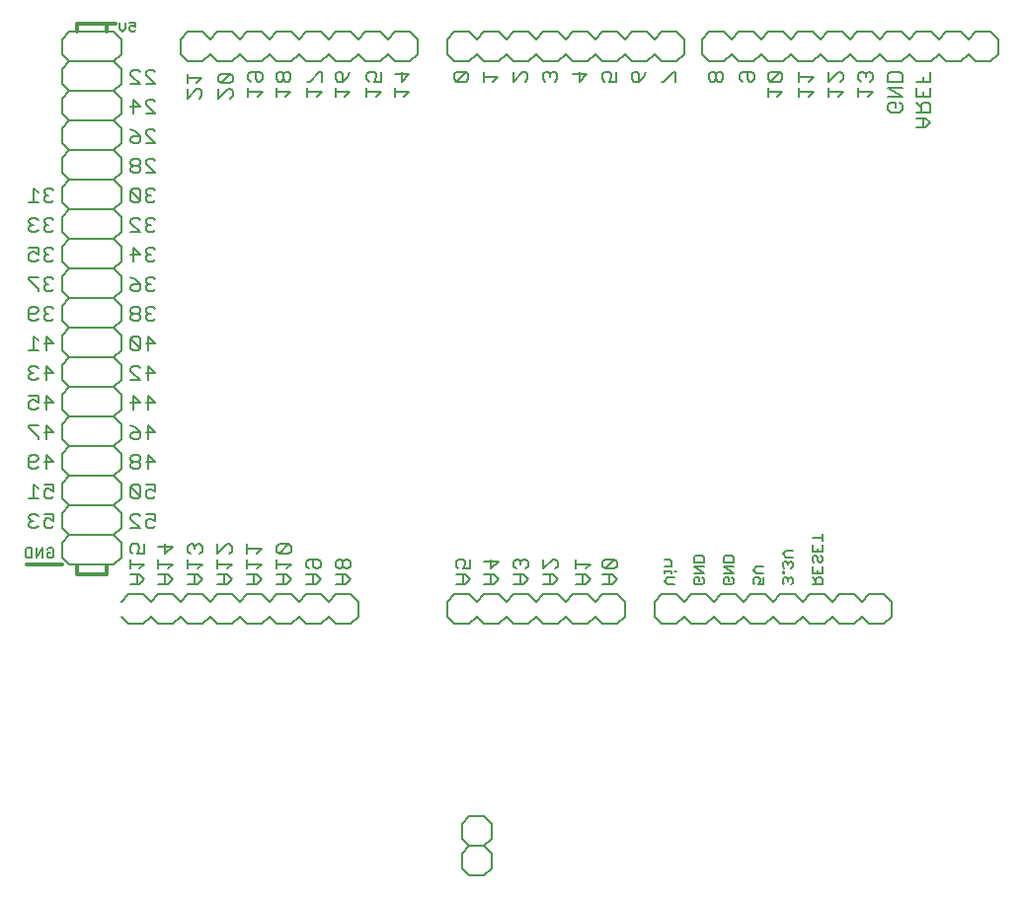
<source format=gbo>
G75*
%MOIN*%
%OFA0B0*%
%FSLAX25Y25*%
%IPPOS*%
%LPD*%
%AMOC8*
5,1,8,0,0,1.08239X$1,22.5*
%
%ADD10C,0.00600*%
%ADD11C,0.00800*%
%ADD12C,0.01200*%
%ADD13C,0.00500*%
D10*
X0371865Y0372267D02*
X0371865Y0374536D01*
X0372432Y0375103D01*
X0374134Y0375103D01*
X0374134Y0371700D01*
X0372432Y0371700D01*
X0371865Y0372267D01*
X0375548Y0371700D02*
X0375548Y0375103D01*
X0377817Y0375103D02*
X0375548Y0371700D01*
X0377817Y0371700D02*
X0377817Y0375103D01*
X0379231Y0374536D02*
X0379799Y0375103D01*
X0380933Y0375103D01*
X0381500Y0374536D01*
X0381500Y0372267D01*
X0380933Y0371700D01*
X0379799Y0371700D01*
X0379231Y0372267D01*
X0379231Y0373401D01*
X0380366Y0373401D01*
X0386800Y0379300D02*
X0384300Y0381800D01*
X0384300Y0386800D01*
X0386800Y0389300D01*
X0401800Y0389300D01*
X0404300Y0391800D01*
X0404300Y0396800D01*
X0401800Y0399300D01*
X0386800Y0399300D01*
X0384300Y0401800D01*
X0384300Y0406800D01*
X0386800Y0409300D01*
X0401800Y0409300D01*
X0404300Y0411800D01*
X0404300Y0416800D01*
X0401800Y0419300D01*
X0386800Y0419300D01*
X0384300Y0421800D01*
X0384300Y0426800D01*
X0386800Y0429300D01*
X0401800Y0429300D01*
X0404300Y0431800D01*
X0404300Y0436800D01*
X0401800Y0439300D01*
X0386800Y0439300D01*
X0384300Y0441800D01*
X0384300Y0446800D01*
X0386800Y0449300D01*
X0401800Y0449300D01*
X0404300Y0451800D01*
X0404300Y0456800D01*
X0401800Y0459300D01*
X0386800Y0459300D01*
X0384300Y0456800D01*
X0384300Y0451800D01*
X0386800Y0449300D01*
X0386800Y0439300D02*
X0384300Y0436800D01*
X0384300Y0431800D01*
X0386800Y0429300D01*
X0386800Y0419300D02*
X0384300Y0416800D01*
X0384300Y0411800D01*
X0386800Y0409300D01*
X0386800Y0399300D02*
X0384300Y0396800D01*
X0384300Y0391800D01*
X0386800Y0389300D01*
X0401800Y0389300D02*
X0404300Y0386800D01*
X0404300Y0381800D01*
X0401800Y0379300D01*
X0401800Y0399300D02*
X0404300Y0401800D01*
X0404300Y0406800D01*
X0401800Y0409300D01*
X0401800Y0419300D02*
X0404300Y0421800D01*
X0404300Y0426800D01*
X0401800Y0429300D01*
X0401800Y0439300D02*
X0404300Y0441800D01*
X0404300Y0446800D01*
X0401800Y0449300D01*
X0401800Y0459300D02*
X0404300Y0461800D01*
X0404300Y0466800D01*
X0401800Y0469300D01*
X0386800Y0469300D01*
X0384300Y0471800D01*
X0384300Y0476800D01*
X0386800Y0479300D01*
X0401800Y0479300D01*
X0404300Y0481800D01*
X0404300Y0486800D01*
X0401800Y0489300D01*
X0386800Y0489300D01*
X0384300Y0491800D01*
X0384300Y0496800D01*
X0386800Y0499300D01*
X0401800Y0499300D01*
X0404300Y0501800D01*
X0404300Y0506800D01*
X0401800Y0509300D01*
X0386800Y0509300D01*
X0384300Y0511800D01*
X0384300Y0516800D01*
X0386800Y0519300D01*
X0401800Y0519300D01*
X0404300Y0521800D01*
X0404300Y0526800D01*
X0401800Y0529300D01*
X0386800Y0529300D01*
X0384300Y0526800D01*
X0384300Y0521800D01*
X0386800Y0519300D01*
X0386800Y0529300D02*
X0384300Y0531800D01*
X0384300Y0536800D01*
X0386800Y0539300D01*
X0401800Y0539300D02*
X0404300Y0536800D01*
X0404300Y0531800D01*
X0401800Y0529300D01*
X0401800Y0519300D02*
X0404300Y0516800D01*
X0404300Y0511800D01*
X0401800Y0509300D01*
X0401800Y0499300D02*
X0404300Y0496800D01*
X0404300Y0491800D01*
X0401800Y0489300D01*
X0401800Y0479300D02*
X0404300Y0476800D01*
X0404300Y0471800D01*
X0401800Y0469300D01*
X0386800Y0469300D02*
X0384300Y0466800D01*
X0384300Y0461800D01*
X0386800Y0459300D01*
X0386800Y0479300D02*
X0384300Y0481800D01*
X0384300Y0486800D01*
X0386800Y0489300D01*
X0386800Y0499300D02*
X0384300Y0501800D01*
X0384300Y0506800D01*
X0386800Y0509300D01*
X0587600Y0371107D02*
X0589301Y0371107D01*
X0589869Y0370540D01*
X0589869Y0368839D01*
X0587600Y0368839D01*
X0587600Y0367517D02*
X0587600Y0366383D01*
X0587600Y0366950D02*
X0589869Y0366950D01*
X0589869Y0366383D01*
X0591003Y0366950D02*
X0591570Y0366950D01*
X0591003Y0364969D02*
X0588734Y0364969D01*
X0587600Y0363834D01*
X0588734Y0362700D01*
X0591003Y0362700D01*
X0597600Y0363267D02*
X0597600Y0364401D01*
X0598167Y0364969D01*
X0599301Y0364969D01*
X0599301Y0363834D01*
X0598167Y0362700D02*
X0600436Y0362700D01*
X0601003Y0363267D01*
X0601003Y0364401D01*
X0600436Y0364969D01*
X0601003Y0366383D02*
X0597600Y0368652D01*
X0601003Y0368652D01*
X0601003Y0370066D02*
X0601003Y0371768D01*
X0600436Y0372335D01*
X0598167Y0372335D01*
X0597600Y0371768D01*
X0597600Y0370066D01*
X0601003Y0370066D01*
X0601003Y0366383D02*
X0597600Y0366383D01*
X0597600Y0363267D02*
X0598167Y0362700D01*
X0607600Y0363267D02*
X0607600Y0364401D01*
X0608167Y0364969D01*
X0609301Y0364969D01*
X0609301Y0363834D01*
X0608167Y0362700D02*
X0607600Y0363267D01*
X0608167Y0362700D02*
X0610436Y0362700D01*
X0611003Y0363267D01*
X0611003Y0364401D01*
X0610436Y0364969D01*
X0611003Y0366383D02*
X0607600Y0368652D01*
X0611003Y0368652D01*
X0611003Y0370066D02*
X0611003Y0371768D01*
X0610436Y0372335D01*
X0608167Y0372335D01*
X0607600Y0371768D01*
X0607600Y0370066D01*
X0611003Y0370066D01*
X0611003Y0366383D02*
X0607600Y0366383D01*
X0617600Y0367517D02*
X0618734Y0368652D01*
X0621003Y0368652D01*
X0621003Y0366383D02*
X0618734Y0366383D01*
X0617600Y0367517D01*
X0618167Y0364969D02*
X0617600Y0364401D01*
X0617600Y0363267D01*
X0618167Y0362700D01*
X0619301Y0362700D02*
X0619869Y0363834D01*
X0619869Y0364401D01*
X0619301Y0364969D01*
X0618167Y0364969D01*
X0619301Y0362700D02*
X0621003Y0362700D01*
X0621003Y0364969D01*
X0627600Y0364401D02*
X0627600Y0363267D01*
X0628167Y0362700D01*
X0629301Y0363834D02*
X0629301Y0364401D01*
X0628734Y0364969D01*
X0628167Y0364969D01*
X0627600Y0364401D01*
X0629301Y0364401D02*
X0629869Y0364969D01*
X0630436Y0364969D01*
X0631003Y0364401D01*
X0631003Y0363267D01*
X0630436Y0362700D01*
X0628167Y0366383D02*
X0628167Y0366950D01*
X0627600Y0366950D01*
X0627600Y0366383D01*
X0628167Y0366383D01*
X0628167Y0368225D02*
X0627600Y0368792D01*
X0627600Y0369926D01*
X0628167Y0370493D01*
X0628734Y0370493D01*
X0629301Y0369926D01*
X0629301Y0369359D01*
X0629301Y0369926D02*
X0629869Y0370493D01*
X0630436Y0370493D01*
X0631003Y0369926D01*
X0631003Y0368792D01*
X0630436Y0368225D01*
X0631003Y0371908D02*
X0628734Y0371908D01*
X0627600Y0373042D01*
X0628734Y0374176D01*
X0631003Y0374176D01*
X0637600Y0373749D02*
X0637600Y0376018D01*
X0639301Y0374884D02*
X0639301Y0373749D01*
X0638734Y0372335D02*
X0638167Y0372335D01*
X0637600Y0371768D01*
X0637600Y0370633D01*
X0638167Y0370066D01*
X0639301Y0370633D02*
X0639301Y0371768D01*
X0638734Y0372335D01*
X0640436Y0372335D02*
X0641003Y0371768D01*
X0641003Y0370633D01*
X0640436Y0370066D01*
X0639869Y0370066D01*
X0639301Y0370633D01*
X0637600Y0368652D02*
X0637600Y0366383D01*
X0641003Y0366383D01*
X0641003Y0368652D01*
X0639301Y0367517D02*
X0639301Y0366383D01*
X0639301Y0364969D02*
X0638734Y0364401D01*
X0638734Y0362700D01*
X0637600Y0362700D02*
X0641003Y0362700D01*
X0641003Y0364401D01*
X0640436Y0364969D01*
X0639301Y0364969D01*
X0638734Y0363834D02*
X0637600Y0364969D01*
X0637600Y0373749D02*
X0641003Y0373749D01*
X0641003Y0376018D01*
X0641003Y0377433D02*
X0641003Y0379701D01*
X0641003Y0378567D02*
X0637600Y0378567D01*
X0529300Y0281800D02*
X0529300Y0276800D01*
X0526800Y0274300D01*
X0529300Y0271800D01*
X0529300Y0266800D01*
X0526800Y0264300D01*
X0521800Y0264300D01*
X0519300Y0266800D01*
X0519300Y0271800D01*
X0521800Y0274300D01*
X0526800Y0274300D01*
X0521800Y0274300D02*
X0519300Y0276800D01*
X0519300Y0281800D01*
X0521800Y0284300D01*
X0526800Y0284300D01*
X0529300Y0281800D01*
D11*
X0526800Y0349300D02*
X0531800Y0349300D01*
X0534300Y0351800D01*
X0536800Y0349300D01*
X0541800Y0349300D01*
X0544300Y0351800D01*
X0546800Y0349300D01*
X0551800Y0349300D01*
X0554300Y0351800D01*
X0556800Y0349300D01*
X0561800Y0349300D01*
X0564300Y0351800D01*
X0566800Y0349300D01*
X0571800Y0349300D01*
X0574300Y0351800D01*
X0574300Y0356800D01*
X0571800Y0359300D01*
X0566800Y0359300D01*
X0564300Y0356800D01*
X0561800Y0359300D01*
X0556800Y0359300D01*
X0554300Y0356800D01*
X0551800Y0359300D01*
X0546800Y0359300D01*
X0544300Y0356800D01*
X0541800Y0359300D01*
X0536800Y0359300D01*
X0534300Y0356800D01*
X0531800Y0359300D01*
X0526800Y0359300D01*
X0524300Y0356800D01*
X0521800Y0359300D01*
X0516800Y0359300D01*
X0514300Y0356800D01*
X0514300Y0351800D01*
X0516800Y0349300D01*
X0521800Y0349300D01*
X0524300Y0351800D01*
X0526800Y0349300D01*
X0526700Y0362800D02*
X0529903Y0362800D01*
X0531504Y0364401D01*
X0529903Y0366003D01*
X0526700Y0366003D01*
X0529102Y0366003D02*
X0529102Y0362800D01*
X0529102Y0367956D02*
X0529102Y0371159D01*
X0526700Y0370358D02*
X0531504Y0370358D01*
X0529102Y0367956D01*
X0522004Y0367956D02*
X0519602Y0367956D01*
X0520403Y0369558D01*
X0520403Y0370358D01*
X0519602Y0371159D01*
X0518001Y0371159D01*
X0517200Y0370358D01*
X0517200Y0368757D01*
X0518001Y0367956D01*
X0517200Y0366003D02*
X0520403Y0366003D01*
X0522004Y0364401D01*
X0520403Y0362800D01*
X0517200Y0362800D01*
X0519602Y0362800D02*
X0519602Y0366003D01*
X0522004Y0367956D02*
X0522004Y0371159D01*
X0536700Y0370358D02*
X0536700Y0368757D01*
X0537501Y0367956D01*
X0536700Y0366003D02*
X0539903Y0366003D01*
X0541504Y0364401D01*
X0539903Y0362800D01*
X0536700Y0362800D01*
X0539102Y0362800D02*
X0539102Y0366003D01*
X0540703Y0367956D02*
X0541504Y0368757D01*
X0541504Y0370358D01*
X0540703Y0371159D01*
X0539903Y0371159D01*
X0539102Y0370358D01*
X0538301Y0371159D01*
X0537501Y0371159D01*
X0536700Y0370358D01*
X0539102Y0370358D02*
X0539102Y0369558D01*
X0546700Y0371159D02*
X0546700Y0367956D01*
X0549903Y0371159D01*
X0550703Y0371159D01*
X0551504Y0370358D01*
X0551504Y0368757D01*
X0550703Y0367956D01*
X0549903Y0366003D02*
X0546700Y0366003D01*
X0549102Y0366003D02*
X0549102Y0362800D01*
X0549903Y0362800D02*
X0551504Y0364401D01*
X0549903Y0366003D01*
X0549903Y0362800D02*
X0546700Y0362800D01*
X0557700Y0362800D02*
X0560903Y0362800D01*
X0562504Y0364401D01*
X0560903Y0366003D01*
X0557700Y0366003D01*
X0557700Y0367956D02*
X0557700Y0371159D01*
X0557700Y0369558D02*
X0562504Y0369558D01*
X0560903Y0367956D01*
X0560102Y0366003D02*
X0560102Y0362800D01*
X0566700Y0362800D02*
X0569903Y0362800D01*
X0571504Y0364401D01*
X0569903Y0366003D01*
X0566700Y0366003D01*
X0567501Y0367956D02*
X0570703Y0371159D01*
X0567501Y0371159D01*
X0566700Y0370358D01*
X0566700Y0368757D01*
X0567501Y0367956D01*
X0570703Y0367956D01*
X0571504Y0368757D01*
X0571504Y0370358D01*
X0570703Y0371159D01*
X0569102Y0366003D02*
X0569102Y0362800D01*
X0584300Y0356800D02*
X0584300Y0351800D01*
X0586800Y0349300D01*
X0591800Y0349300D01*
X0594300Y0351800D01*
X0596800Y0349300D01*
X0601800Y0349300D01*
X0604300Y0351800D01*
X0606800Y0349300D01*
X0611800Y0349300D01*
X0614300Y0351800D01*
X0616800Y0349300D01*
X0621800Y0349300D01*
X0624300Y0351800D01*
X0626800Y0349300D01*
X0631800Y0349300D01*
X0634300Y0351800D01*
X0636800Y0349300D01*
X0641800Y0349300D01*
X0644300Y0351800D01*
X0646800Y0349300D01*
X0651800Y0349300D01*
X0654300Y0351800D01*
X0656800Y0349300D01*
X0661800Y0349300D01*
X0664300Y0351800D01*
X0664300Y0356800D01*
X0661800Y0359300D01*
X0656800Y0359300D01*
X0654300Y0356800D01*
X0651800Y0359300D01*
X0646800Y0359300D01*
X0644300Y0356800D01*
X0641800Y0359300D01*
X0636800Y0359300D01*
X0634300Y0356800D01*
X0631800Y0359300D01*
X0626800Y0359300D01*
X0624300Y0356800D01*
X0621800Y0359300D01*
X0616800Y0359300D01*
X0614300Y0356800D01*
X0611800Y0359300D01*
X0606800Y0359300D01*
X0604300Y0356800D01*
X0601800Y0359300D01*
X0596800Y0359300D01*
X0594300Y0356800D01*
X0591800Y0359300D01*
X0586800Y0359300D01*
X0584300Y0356800D01*
X0484300Y0356800D02*
X0484300Y0351800D01*
X0481800Y0349300D01*
X0476800Y0349300D01*
X0474300Y0351800D01*
X0471800Y0349300D01*
X0466800Y0349300D01*
X0464300Y0351800D01*
X0461800Y0349300D01*
X0456800Y0349300D01*
X0454300Y0351800D01*
X0451800Y0349300D01*
X0446800Y0349300D01*
X0444300Y0351800D01*
X0441800Y0349300D01*
X0436800Y0349300D01*
X0434300Y0351800D01*
X0431800Y0349300D01*
X0426800Y0349300D01*
X0424300Y0351800D01*
X0421800Y0349300D01*
X0416800Y0349300D01*
X0414300Y0351800D01*
X0411800Y0349300D01*
X0406800Y0349300D01*
X0404300Y0351800D01*
X0404300Y0356800D02*
X0406800Y0359300D01*
X0411800Y0359300D01*
X0414300Y0356800D01*
X0416800Y0359300D01*
X0421800Y0359300D01*
X0424300Y0356800D01*
X0426800Y0359300D01*
X0431800Y0359300D01*
X0434300Y0356800D01*
X0436800Y0359300D01*
X0441800Y0359300D01*
X0444300Y0356800D01*
X0446800Y0359300D01*
X0451800Y0359300D01*
X0454300Y0356800D01*
X0456800Y0359300D01*
X0461800Y0359300D01*
X0464300Y0356800D01*
X0466800Y0359300D01*
X0471800Y0359300D01*
X0474300Y0356800D01*
X0476800Y0359300D01*
X0481800Y0359300D01*
X0484300Y0356800D01*
X0479903Y0362800D02*
X0476700Y0362800D01*
X0479102Y0362800D02*
X0479102Y0366003D01*
X0479903Y0366003D02*
X0476700Y0366003D01*
X0477501Y0367956D02*
X0478301Y0367956D01*
X0479102Y0368757D01*
X0479102Y0370358D01*
X0478301Y0371159D01*
X0477501Y0371159D01*
X0476700Y0370358D01*
X0476700Y0368757D01*
X0477501Y0367956D01*
X0479102Y0368757D02*
X0479903Y0367956D01*
X0480703Y0367956D01*
X0481504Y0368757D01*
X0481504Y0370358D01*
X0480703Y0371159D01*
X0479903Y0371159D01*
X0479102Y0370358D01*
X0479903Y0366003D02*
X0481504Y0364401D01*
X0479903Y0362800D01*
X0471504Y0364401D02*
X0469903Y0366003D01*
X0466700Y0366003D01*
X0467501Y0367956D02*
X0466700Y0368757D01*
X0466700Y0370358D01*
X0467501Y0371159D01*
X0470703Y0371159D01*
X0471504Y0370358D01*
X0471504Y0368757D01*
X0470703Y0367956D01*
X0469903Y0367956D01*
X0469102Y0368757D01*
X0469102Y0371159D01*
X0469102Y0366003D02*
X0469102Y0362800D01*
X0469903Y0362800D02*
X0471504Y0364401D01*
X0469903Y0362800D02*
X0466700Y0362800D01*
X0461504Y0364401D02*
X0459903Y0366003D01*
X0456700Y0366003D01*
X0456700Y0367956D02*
X0456700Y0371159D01*
X0456700Y0369558D02*
X0461504Y0369558D01*
X0459903Y0367956D01*
X0459102Y0366003D02*
X0459102Y0362800D01*
X0459903Y0362800D02*
X0461504Y0364401D01*
X0459903Y0362800D02*
X0456700Y0362800D01*
X0451504Y0364401D02*
X0449903Y0366003D01*
X0446700Y0366003D01*
X0446700Y0367956D02*
X0446700Y0371159D01*
X0446700Y0369558D02*
X0451504Y0369558D01*
X0449903Y0367956D01*
X0449102Y0366003D02*
X0449102Y0362800D01*
X0449903Y0362800D02*
X0451504Y0364401D01*
X0449903Y0362800D02*
X0446700Y0362800D01*
X0441504Y0364401D02*
X0439903Y0366003D01*
X0436700Y0366003D01*
X0436700Y0367956D02*
X0436700Y0371159D01*
X0436700Y0369558D02*
X0441504Y0369558D01*
X0439903Y0367956D01*
X0439102Y0366003D02*
X0439102Y0362800D01*
X0439903Y0362800D02*
X0441504Y0364401D01*
X0439903Y0362800D02*
X0436700Y0362800D01*
X0431504Y0364401D02*
X0429903Y0366003D01*
X0426700Y0366003D01*
X0426700Y0367956D02*
X0426700Y0371159D01*
X0426700Y0369558D02*
X0431504Y0369558D01*
X0429903Y0367956D01*
X0429102Y0366003D02*
X0429102Y0362800D01*
X0429903Y0362800D02*
X0431504Y0364401D01*
X0429903Y0362800D02*
X0426700Y0362800D01*
X0421504Y0364401D02*
X0419903Y0366003D01*
X0416700Y0366003D01*
X0416700Y0367956D02*
X0416700Y0371159D01*
X0416700Y0369558D02*
X0421504Y0369558D01*
X0419903Y0367956D01*
X0419102Y0366003D02*
X0419102Y0362800D01*
X0419903Y0362800D02*
X0421504Y0364401D01*
X0419903Y0362800D02*
X0416700Y0362800D01*
X0412004Y0364401D02*
X0410403Y0366003D01*
X0407200Y0366003D01*
X0407200Y0367956D02*
X0407200Y0371159D01*
X0407200Y0369558D02*
X0412004Y0369558D01*
X0410403Y0367956D01*
X0409602Y0366003D02*
X0409602Y0362800D01*
X0410403Y0362800D02*
X0407200Y0362800D01*
X0410403Y0362800D02*
X0412004Y0364401D01*
X0412004Y0373113D02*
X0409602Y0373113D01*
X0410403Y0374714D01*
X0410403Y0375515D01*
X0409602Y0376316D01*
X0408001Y0376316D01*
X0407200Y0375515D01*
X0407200Y0373913D01*
X0408001Y0373113D01*
X0404300Y0371800D02*
X0401800Y0369300D01*
X0386800Y0369300D01*
X0384300Y0371800D01*
X0384300Y0376800D01*
X0386800Y0379300D01*
X0401800Y0379300D01*
X0404300Y0376800D01*
X0404300Y0371800D01*
X0412004Y0373113D02*
X0412004Y0376316D01*
X0416700Y0375515D02*
X0421504Y0375515D01*
X0419102Y0373113D01*
X0419102Y0376316D01*
X0414999Y0381700D02*
X0415800Y0382501D01*
X0414999Y0381700D02*
X0413398Y0381700D01*
X0412597Y0382501D01*
X0412597Y0384102D01*
X0413398Y0384903D01*
X0414199Y0384903D01*
X0415800Y0384102D01*
X0415800Y0386504D01*
X0412597Y0386504D01*
X0410644Y0385703D02*
X0409843Y0386504D01*
X0408242Y0386504D01*
X0407441Y0385703D01*
X0407441Y0384903D01*
X0410644Y0381700D01*
X0407441Y0381700D01*
X0408242Y0391700D02*
X0409843Y0391700D01*
X0410644Y0392501D01*
X0407441Y0395703D01*
X0407441Y0392501D01*
X0408242Y0391700D01*
X0410644Y0392501D02*
X0410644Y0395703D01*
X0409843Y0396504D01*
X0408242Y0396504D01*
X0407441Y0395703D01*
X0412597Y0396504D02*
X0415800Y0396504D01*
X0415800Y0394102D01*
X0414199Y0394903D01*
X0413398Y0394903D01*
X0412597Y0394102D01*
X0412597Y0392501D01*
X0413398Y0391700D01*
X0414999Y0391700D01*
X0415800Y0392501D01*
X0413398Y0401700D02*
X0413398Y0406504D01*
X0415800Y0404102D01*
X0412597Y0404102D01*
X0410644Y0403301D02*
X0409843Y0404102D01*
X0408242Y0404102D01*
X0407441Y0403301D01*
X0407441Y0402501D01*
X0408242Y0401700D01*
X0409843Y0401700D01*
X0410644Y0402501D01*
X0410644Y0403301D01*
X0409843Y0404102D02*
X0410644Y0404903D01*
X0410644Y0405703D01*
X0409843Y0406504D01*
X0408242Y0406504D01*
X0407441Y0405703D01*
X0407441Y0404903D01*
X0408242Y0404102D01*
X0408242Y0411700D02*
X0407441Y0412501D01*
X0407441Y0413301D01*
X0408242Y0414102D01*
X0410644Y0414102D01*
X0410644Y0412501D01*
X0409843Y0411700D01*
X0408242Y0411700D01*
X0410644Y0414102D02*
X0409042Y0415703D01*
X0407441Y0416504D01*
X0408242Y0421700D02*
X0408242Y0426504D01*
X0410644Y0424102D01*
X0407441Y0424102D01*
X0412597Y0424102D02*
X0415800Y0424102D01*
X0413398Y0426504D01*
X0413398Y0421700D01*
X0413398Y0416504D02*
X0415800Y0414102D01*
X0412597Y0414102D01*
X0413398Y0411700D02*
X0413398Y0416504D01*
X0413398Y0431700D02*
X0413398Y0436504D01*
X0415800Y0434102D01*
X0412597Y0434102D01*
X0410644Y0435703D02*
X0409843Y0436504D01*
X0408242Y0436504D01*
X0407441Y0435703D01*
X0407441Y0434903D01*
X0410644Y0431700D01*
X0407441Y0431700D01*
X0408242Y0441700D02*
X0409843Y0441700D01*
X0410644Y0442501D01*
X0407441Y0445703D01*
X0407441Y0442501D01*
X0408242Y0441700D01*
X0410644Y0442501D02*
X0410644Y0445703D01*
X0409843Y0446504D01*
X0408242Y0446504D01*
X0407441Y0445703D01*
X0412597Y0444102D02*
X0415800Y0444102D01*
X0413398Y0446504D01*
X0413398Y0441700D01*
X0413398Y0451700D02*
X0414999Y0451700D01*
X0415800Y0452501D01*
X0414199Y0454102D02*
X0413398Y0454102D01*
X0412597Y0453301D01*
X0412597Y0452501D01*
X0413398Y0451700D01*
X0413398Y0454102D02*
X0412597Y0454903D01*
X0412597Y0455703D01*
X0413398Y0456504D01*
X0414999Y0456504D01*
X0415800Y0455703D01*
X0410644Y0455703D02*
X0410644Y0454903D01*
X0409843Y0454102D01*
X0408242Y0454102D01*
X0407441Y0453301D01*
X0407441Y0452501D01*
X0408242Y0451700D01*
X0409843Y0451700D01*
X0410644Y0452501D01*
X0410644Y0453301D01*
X0409843Y0454102D01*
X0408242Y0454102D02*
X0407441Y0454903D01*
X0407441Y0455703D01*
X0408242Y0456504D01*
X0409843Y0456504D01*
X0410644Y0455703D01*
X0409843Y0461700D02*
X0408242Y0461700D01*
X0407441Y0462501D01*
X0407441Y0463301D01*
X0408242Y0464102D01*
X0410644Y0464102D01*
X0410644Y0462501D01*
X0409843Y0461700D01*
X0410644Y0464102D02*
X0409042Y0465703D01*
X0407441Y0466504D01*
X0412597Y0465703D02*
X0412597Y0464903D01*
X0413398Y0464102D01*
X0412597Y0463301D01*
X0412597Y0462501D01*
X0413398Y0461700D01*
X0414999Y0461700D01*
X0415800Y0462501D01*
X0414199Y0464102D02*
X0413398Y0464102D01*
X0412597Y0465703D02*
X0413398Y0466504D01*
X0414999Y0466504D01*
X0415800Y0465703D01*
X0414999Y0471700D02*
X0415800Y0472501D01*
X0414999Y0471700D02*
X0413398Y0471700D01*
X0412597Y0472501D01*
X0412597Y0473301D01*
X0413398Y0474102D01*
X0414199Y0474102D01*
X0413398Y0474102D02*
X0412597Y0474903D01*
X0412597Y0475703D01*
X0413398Y0476504D01*
X0414999Y0476504D01*
X0415800Y0475703D01*
X0410644Y0474102D02*
X0407441Y0474102D01*
X0408242Y0471700D02*
X0408242Y0476504D01*
X0410644Y0474102D01*
X0410644Y0481700D02*
X0407441Y0484903D01*
X0407441Y0485703D01*
X0408242Y0486504D01*
X0409843Y0486504D01*
X0410644Y0485703D01*
X0412597Y0485703D02*
X0412597Y0484903D01*
X0413398Y0484102D01*
X0412597Y0483301D01*
X0412597Y0482501D01*
X0413398Y0481700D01*
X0414999Y0481700D01*
X0415800Y0482501D01*
X0414199Y0484102D02*
X0413398Y0484102D01*
X0412597Y0485703D02*
X0413398Y0486504D01*
X0414999Y0486504D01*
X0415800Y0485703D01*
X0414999Y0491700D02*
X0415800Y0492501D01*
X0414999Y0491700D02*
X0413398Y0491700D01*
X0412597Y0492501D01*
X0412597Y0493301D01*
X0413398Y0494102D01*
X0414199Y0494102D01*
X0413398Y0494102D02*
X0412597Y0494903D01*
X0412597Y0495703D01*
X0413398Y0496504D01*
X0414999Y0496504D01*
X0415800Y0495703D01*
X0410644Y0495703D02*
X0409843Y0496504D01*
X0408242Y0496504D01*
X0407441Y0495703D01*
X0410644Y0492501D01*
X0409843Y0491700D01*
X0408242Y0491700D01*
X0407441Y0492501D01*
X0407441Y0495703D01*
X0410644Y0495703D02*
X0410644Y0492501D01*
X0409843Y0501700D02*
X0408242Y0501700D01*
X0407441Y0502501D01*
X0407441Y0503301D01*
X0408242Y0504102D01*
X0409843Y0504102D01*
X0410644Y0504903D01*
X0410644Y0505703D01*
X0409843Y0506504D01*
X0408242Y0506504D01*
X0407441Y0505703D01*
X0407441Y0504903D01*
X0408242Y0504102D01*
X0409843Y0504102D02*
X0410644Y0503301D01*
X0410644Y0502501D01*
X0409843Y0501700D01*
X0412597Y0501700D02*
X0415800Y0501700D01*
X0412597Y0504903D01*
X0412597Y0505703D01*
X0413398Y0506504D01*
X0414999Y0506504D01*
X0415800Y0505703D01*
X0415800Y0511700D02*
X0412597Y0514903D01*
X0412597Y0515703D01*
X0413398Y0516504D01*
X0414999Y0516504D01*
X0415800Y0515703D01*
X0415800Y0511700D02*
X0412597Y0511700D01*
X0410644Y0512501D02*
X0409843Y0511700D01*
X0408242Y0511700D01*
X0407441Y0512501D01*
X0407441Y0513301D01*
X0408242Y0514102D01*
X0410644Y0514102D01*
X0410644Y0512501D01*
X0410644Y0514102D02*
X0409042Y0515703D01*
X0407441Y0516504D01*
X0408242Y0521700D02*
X0408242Y0526504D01*
X0410644Y0524102D01*
X0407441Y0524102D01*
X0412597Y0524903D02*
X0412597Y0525703D01*
X0413398Y0526504D01*
X0414999Y0526504D01*
X0415800Y0525703D01*
X0412597Y0524903D02*
X0415800Y0521700D01*
X0412597Y0521700D01*
X0412597Y0531700D02*
X0415800Y0531700D01*
X0412597Y0534903D01*
X0412597Y0535703D01*
X0413398Y0536504D01*
X0414999Y0536504D01*
X0415800Y0535703D01*
X0410644Y0535703D02*
X0409843Y0536504D01*
X0408242Y0536504D01*
X0407441Y0535703D01*
X0407441Y0534903D01*
X0410644Y0531700D01*
X0407441Y0531700D01*
X0401800Y0539300D02*
X0386800Y0539300D01*
X0384300Y0541800D01*
X0384300Y0546800D01*
X0386800Y0549300D01*
X0401800Y0549300D01*
X0404300Y0546800D01*
X0404300Y0541800D01*
X0401800Y0539300D01*
X0424300Y0541800D02*
X0426800Y0539300D01*
X0431800Y0539300D01*
X0434300Y0541800D01*
X0436800Y0539300D01*
X0441800Y0539300D01*
X0444300Y0541800D01*
X0446800Y0539300D01*
X0451800Y0539300D01*
X0454300Y0541800D01*
X0456800Y0539300D01*
X0461800Y0539300D01*
X0464300Y0541800D01*
X0466800Y0539300D01*
X0471800Y0539300D01*
X0474300Y0541800D01*
X0476800Y0539300D01*
X0481800Y0539300D01*
X0484300Y0541800D01*
X0486800Y0539300D01*
X0491800Y0539300D01*
X0494300Y0541800D01*
X0496800Y0539300D01*
X0501800Y0539300D01*
X0504300Y0541800D01*
X0504300Y0546800D01*
X0501800Y0549300D01*
X0496800Y0549300D01*
X0494300Y0546800D01*
X0491800Y0549300D01*
X0486800Y0549300D01*
X0484300Y0546800D01*
X0481800Y0549300D01*
X0476800Y0549300D01*
X0474300Y0546800D01*
X0471800Y0549300D01*
X0466800Y0549300D01*
X0464300Y0546800D01*
X0461800Y0549300D01*
X0456800Y0549300D01*
X0454300Y0546800D01*
X0451800Y0549300D01*
X0446800Y0549300D01*
X0444300Y0546800D01*
X0441800Y0549300D01*
X0436800Y0549300D01*
X0434300Y0546800D01*
X0431800Y0549300D01*
X0426800Y0549300D01*
X0424300Y0546800D01*
X0424300Y0541800D01*
X0426600Y0535246D02*
X0426600Y0532044D01*
X0426600Y0533645D02*
X0431404Y0533645D01*
X0429803Y0532044D01*
X0429803Y0530090D02*
X0430603Y0530090D01*
X0431404Y0529289D01*
X0431404Y0527688D01*
X0430603Y0526887D01*
X0429803Y0530090D02*
X0426600Y0526887D01*
X0426600Y0530090D01*
X0437100Y0530090D02*
X0437100Y0526887D01*
X0440303Y0530090D01*
X0441103Y0530090D01*
X0441904Y0529289D01*
X0441904Y0527688D01*
X0441103Y0526887D01*
X0441103Y0532044D02*
X0437901Y0532044D01*
X0441103Y0535246D01*
X0437901Y0535246D01*
X0437100Y0534446D01*
X0437100Y0532844D01*
X0437901Y0532044D01*
X0441103Y0532044D02*
X0441904Y0532844D01*
X0441904Y0534446D01*
X0441103Y0535246D01*
X0447100Y0534946D02*
X0447901Y0535746D01*
X0451103Y0535746D01*
X0451904Y0534946D01*
X0451904Y0533344D01*
X0451103Y0532544D01*
X0450303Y0532544D01*
X0449502Y0533344D01*
X0449502Y0535746D01*
X0447100Y0534946D02*
X0447100Y0533344D01*
X0447901Y0532544D01*
X0447100Y0530590D02*
X0447100Y0527387D01*
X0447100Y0528989D02*
X0451904Y0528989D01*
X0450303Y0527387D01*
X0456600Y0527387D02*
X0456600Y0530590D01*
X0456600Y0528989D02*
X0461404Y0528989D01*
X0459803Y0527387D01*
X0459803Y0532544D02*
X0460603Y0532544D01*
X0461404Y0533344D01*
X0461404Y0534946D01*
X0460603Y0535746D01*
X0459803Y0535746D01*
X0459002Y0534946D01*
X0459002Y0533344D01*
X0459803Y0532544D01*
X0459002Y0533344D02*
X0458201Y0532544D01*
X0457401Y0532544D01*
X0456600Y0533344D01*
X0456600Y0534946D01*
X0457401Y0535746D01*
X0458201Y0535746D01*
X0459002Y0534946D01*
X0467100Y0532544D02*
X0467901Y0532544D01*
X0471103Y0535746D01*
X0471904Y0535746D01*
X0471904Y0532544D01*
X0471904Y0528989D02*
X0467100Y0528989D01*
X0467100Y0530590D02*
X0467100Y0527387D01*
X0470303Y0527387D02*
X0471904Y0528989D01*
X0476600Y0528989D02*
X0481404Y0528989D01*
X0479803Y0527387D01*
X0476600Y0527387D02*
X0476600Y0530590D01*
X0477401Y0532544D02*
X0476600Y0533344D01*
X0476600Y0534946D01*
X0477401Y0535746D01*
X0478201Y0535746D01*
X0479002Y0534946D01*
X0479002Y0532544D01*
X0477401Y0532544D01*
X0479002Y0532544D02*
X0480603Y0534145D01*
X0481404Y0535746D01*
X0487100Y0534946D02*
X0487100Y0533344D01*
X0487901Y0532544D01*
X0489502Y0532544D02*
X0490303Y0534145D01*
X0490303Y0534946D01*
X0489502Y0535746D01*
X0487901Y0535746D01*
X0487100Y0534946D01*
X0489502Y0532544D02*
X0491904Y0532544D01*
X0491904Y0535746D01*
X0496600Y0534946D02*
X0501404Y0534946D01*
X0499002Y0532544D01*
X0499002Y0535746D01*
X0496600Y0530590D02*
X0496600Y0527387D01*
X0496600Y0528989D02*
X0501404Y0528989D01*
X0499803Y0527387D01*
X0491904Y0528989D02*
X0487100Y0528989D01*
X0487100Y0530590D02*
X0487100Y0527387D01*
X0490303Y0527387D02*
X0491904Y0528989D01*
X0514300Y0541800D02*
X0514300Y0546800D01*
X0516800Y0549300D01*
X0521800Y0549300D01*
X0524300Y0546800D01*
X0526800Y0549300D01*
X0531800Y0549300D01*
X0534300Y0546800D01*
X0536800Y0549300D01*
X0541800Y0549300D01*
X0544300Y0546800D01*
X0546800Y0549300D01*
X0551800Y0549300D01*
X0554300Y0546800D01*
X0556800Y0549300D01*
X0561800Y0549300D01*
X0564300Y0546800D01*
X0566800Y0549300D01*
X0571800Y0549300D01*
X0574300Y0546800D01*
X0576800Y0549300D01*
X0581800Y0549300D01*
X0584300Y0546800D01*
X0586800Y0549300D01*
X0591800Y0549300D01*
X0594300Y0546800D01*
X0594300Y0541800D01*
X0591800Y0539300D01*
X0586800Y0539300D01*
X0584300Y0541800D01*
X0581800Y0539300D01*
X0576800Y0539300D01*
X0574300Y0541800D01*
X0571800Y0539300D01*
X0566800Y0539300D01*
X0564300Y0541800D01*
X0561800Y0539300D01*
X0556800Y0539300D01*
X0554300Y0541800D01*
X0551800Y0539300D01*
X0546800Y0539300D01*
X0544300Y0541800D01*
X0541800Y0539300D01*
X0536800Y0539300D01*
X0534300Y0541800D01*
X0531800Y0539300D01*
X0526800Y0539300D01*
X0524300Y0541800D01*
X0521800Y0539300D01*
X0516800Y0539300D01*
X0514300Y0541800D01*
X0517401Y0535746D02*
X0516600Y0534946D01*
X0516600Y0533344D01*
X0517401Y0532544D01*
X0520603Y0535746D01*
X0517401Y0535746D01*
X0517401Y0532544D02*
X0520603Y0532544D01*
X0521404Y0533344D01*
X0521404Y0534946D01*
X0520603Y0535746D01*
X0526600Y0535746D02*
X0526600Y0532544D01*
X0526600Y0534145D02*
X0531404Y0534145D01*
X0529803Y0532544D01*
X0536600Y0532544D02*
X0539803Y0535746D01*
X0540603Y0535746D01*
X0541404Y0534946D01*
X0541404Y0533344D01*
X0540603Y0532544D01*
X0536600Y0532544D02*
X0536600Y0535746D01*
X0546600Y0534946D02*
X0546600Y0533344D01*
X0547401Y0532544D01*
X0549002Y0534145D02*
X0549002Y0534946D01*
X0548201Y0535746D01*
X0547401Y0535746D01*
X0546600Y0534946D01*
X0549002Y0534946D02*
X0549803Y0535746D01*
X0550603Y0535746D01*
X0551404Y0534946D01*
X0551404Y0533344D01*
X0550603Y0532544D01*
X0556600Y0534946D02*
X0561404Y0534946D01*
X0559002Y0532544D01*
X0559002Y0535746D01*
X0566600Y0534946D02*
X0566600Y0533344D01*
X0567401Y0532544D01*
X0569002Y0532544D02*
X0569803Y0534145D01*
X0569803Y0534946D01*
X0569002Y0535746D01*
X0567401Y0535746D01*
X0566600Y0534946D01*
X0569002Y0532544D02*
X0571404Y0532544D01*
X0571404Y0535746D01*
X0576600Y0534946D02*
X0577401Y0535746D01*
X0578201Y0535746D01*
X0579002Y0534946D01*
X0579002Y0532544D01*
X0577401Y0532544D01*
X0576600Y0533344D01*
X0576600Y0534946D01*
X0579002Y0532544D02*
X0580603Y0534145D01*
X0581404Y0535746D01*
X0586600Y0532544D02*
X0587401Y0532544D01*
X0590603Y0535746D01*
X0591404Y0535746D01*
X0591404Y0532544D01*
X0602600Y0533344D02*
X0603401Y0532544D01*
X0604201Y0532544D01*
X0605002Y0533344D01*
X0605002Y0534946D01*
X0604201Y0535746D01*
X0603401Y0535746D01*
X0602600Y0534946D01*
X0602600Y0533344D01*
X0605002Y0533344D02*
X0605803Y0532544D01*
X0606603Y0532544D01*
X0607404Y0533344D01*
X0607404Y0534946D01*
X0606603Y0535746D01*
X0605803Y0535746D01*
X0605002Y0534946D01*
X0602800Y0539300D02*
X0607800Y0539300D01*
X0610300Y0541800D01*
X0612800Y0539300D01*
X0617800Y0539300D01*
X0620300Y0541800D01*
X0622800Y0539300D01*
X0627800Y0539300D01*
X0630300Y0541800D01*
X0632800Y0539300D01*
X0637800Y0539300D01*
X0640300Y0541800D01*
X0642800Y0539300D01*
X0647800Y0539300D01*
X0650300Y0541800D01*
X0652800Y0539300D01*
X0657800Y0539300D01*
X0660300Y0541800D01*
X0662800Y0539300D01*
X0667800Y0539300D01*
X0670300Y0541800D01*
X0672800Y0539300D01*
X0677800Y0539300D01*
X0680300Y0541800D01*
X0682800Y0539300D01*
X0687800Y0539300D01*
X0690300Y0541800D01*
X0692800Y0539300D01*
X0697800Y0539300D01*
X0700300Y0541800D01*
X0700300Y0546800D01*
X0697800Y0549300D01*
X0692800Y0549300D01*
X0690300Y0546800D01*
X0687800Y0549300D01*
X0682800Y0549300D01*
X0680300Y0546800D01*
X0677800Y0549300D01*
X0672800Y0549300D01*
X0670300Y0546800D01*
X0667800Y0549300D01*
X0662800Y0549300D01*
X0660300Y0546800D01*
X0657800Y0549300D01*
X0652800Y0549300D01*
X0650300Y0546800D01*
X0647800Y0549300D01*
X0642800Y0549300D01*
X0640300Y0546800D01*
X0637800Y0549300D01*
X0632800Y0549300D01*
X0630300Y0546800D01*
X0627800Y0549300D01*
X0622800Y0549300D01*
X0620300Y0546800D01*
X0617800Y0549300D01*
X0612800Y0549300D01*
X0610300Y0546800D01*
X0607800Y0549300D01*
X0602800Y0549300D01*
X0600300Y0546800D01*
X0600300Y0541800D01*
X0602800Y0539300D01*
X0613100Y0534946D02*
X0613901Y0535746D01*
X0617103Y0535746D01*
X0617904Y0534946D01*
X0617904Y0533344D01*
X0617103Y0532544D01*
X0616303Y0532544D01*
X0615502Y0533344D01*
X0615502Y0535746D01*
X0613100Y0534946D02*
X0613100Y0533344D01*
X0613901Y0532544D01*
X0622600Y0533344D02*
X0623401Y0532544D01*
X0626603Y0535746D01*
X0623401Y0535746D01*
X0622600Y0534946D01*
X0622600Y0533344D01*
X0623401Y0532544D02*
X0626603Y0532544D01*
X0627404Y0533344D01*
X0627404Y0534946D01*
X0626603Y0535746D01*
X0633100Y0535746D02*
X0633100Y0532544D01*
X0633100Y0534145D02*
X0637904Y0534145D01*
X0636303Y0532544D01*
X0633100Y0530590D02*
X0633100Y0527387D01*
X0633100Y0528989D02*
X0637904Y0528989D01*
X0636303Y0527387D01*
X0643100Y0527387D02*
X0643100Y0530590D01*
X0643100Y0528989D02*
X0647904Y0528989D01*
X0646303Y0527387D01*
X0647103Y0532544D02*
X0647904Y0533344D01*
X0647904Y0534946D01*
X0647103Y0535746D01*
X0646303Y0535746D01*
X0643100Y0532544D01*
X0643100Y0535746D01*
X0653100Y0534946D02*
X0653100Y0533344D01*
X0653901Y0532544D01*
X0653100Y0530590D02*
X0653100Y0527387D01*
X0653100Y0528989D02*
X0657904Y0528989D01*
X0656303Y0527387D01*
X0657103Y0532544D02*
X0657904Y0533344D01*
X0657904Y0534946D01*
X0657103Y0535746D01*
X0656303Y0535746D01*
X0655502Y0534946D01*
X0654701Y0535746D01*
X0653901Y0535746D01*
X0653100Y0534946D01*
X0655502Y0534946D02*
X0655502Y0534145D01*
X0663100Y0534946D02*
X0663901Y0535746D01*
X0667103Y0535746D01*
X0667904Y0534946D01*
X0667904Y0532544D01*
X0663100Y0532544D01*
X0663100Y0534946D01*
X0663100Y0530590D02*
X0667904Y0530590D01*
X0667904Y0527387D02*
X0663100Y0530590D01*
X0663100Y0527387D02*
X0667904Y0527387D01*
X0667103Y0525434D02*
X0667904Y0524633D01*
X0667904Y0523031D01*
X0667103Y0522231D01*
X0663901Y0522231D01*
X0663100Y0523031D01*
X0663100Y0524633D01*
X0663901Y0525434D01*
X0665502Y0525434D01*
X0665502Y0523832D01*
X0672600Y0522231D02*
X0677404Y0522231D01*
X0677404Y0524633D01*
X0676603Y0525434D01*
X0675002Y0525434D01*
X0674201Y0524633D01*
X0674201Y0522231D01*
X0674201Y0523832D02*
X0672600Y0525434D01*
X0672600Y0527387D02*
X0672600Y0530590D01*
X0672600Y0532544D02*
X0677404Y0532544D01*
X0677404Y0535746D01*
X0675002Y0534145D02*
X0675002Y0532544D01*
X0677404Y0530590D02*
X0677404Y0527387D01*
X0672600Y0527387D01*
X0675002Y0527387D02*
X0675002Y0528989D01*
X0675002Y0520277D02*
X0675002Y0517074D01*
X0675803Y0517074D02*
X0672600Y0517074D01*
X0675803Y0517074D02*
X0677404Y0518676D01*
X0675803Y0520277D01*
X0672600Y0520277D01*
X0627404Y0528989D02*
X0622600Y0528989D01*
X0622600Y0530590D02*
X0622600Y0527387D01*
X0625803Y0527387D02*
X0627404Y0528989D01*
X0461504Y0375515D02*
X0460703Y0376316D01*
X0457501Y0373113D01*
X0456700Y0373913D01*
X0456700Y0375515D01*
X0457501Y0376316D01*
X0460703Y0376316D01*
X0461504Y0375515D02*
X0461504Y0373913D01*
X0460703Y0373113D01*
X0457501Y0373113D01*
X0451504Y0374714D02*
X0446700Y0374714D01*
X0446700Y0373113D02*
X0446700Y0376316D01*
X0449903Y0373113D02*
X0451504Y0374714D01*
X0441504Y0373913D02*
X0440703Y0373113D01*
X0441504Y0373913D02*
X0441504Y0375515D01*
X0440703Y0376316D01*
X0439903Y0376316D01*
X0436700Y0373113D01*
X0436700Y0376316D01*
X0431504Y0375515D02*
X0430703Y0376316D01*
X0429903Y0376316D01*
X0429102Y0375515D01*
X0428301Y0376316D01*
X0427501Y0376316D01*
X0426700Y0375515D01*
X0426700Y0373913D01*
X0427501Y0373113D01*
X0429102Y0374714D02*
X0429102Y0375515D01*
X0431504Y0375515D02*
X0431504Y0373913D01*
X0430703Y0373113D01*
X0381400Y0382601D02*
X0380599Y0381800D01*
X0378998Y0381800D01*
X0378197Y0382601D01*
X0378197Y0384202D01*
X0378998Y0385003D01*
X0379799Y0385003D01*
X0381400Y0384202D01*
X0381400Y0386604D01*
X0378197Y0386604D01*
X0376244Y0385803D02*
X0375443Y0386604D01*
X0373842Y0386604D01*
X0373041Y0385803D01*
X0373041Y0385003D01*
X0373842Y0384202D01*
X0373041Y0383401D01*
X0373041Y0382601D01*
X0373842Y0381800D01*
X0375443Y0381800D01*
X0376244Y0382601D01*
X0374642Y0384202D02*
X0373842Y0384202D01*
X0374642Y0391800D02*
X0374642Y0396604D01*
X0376244Y0395003D01*
X0378197Y0394202D02*
X0378197Y0392601D01*
X0378998Y0391800D01*
X0380599Y0391800D01*
X0381400Y0392601D01*
X0381400Y0394202D02*
X0379799Y0395003D01*
X0378998Y0395003D01*
X0378197Y0394202D01*
X0378197Y0396604D02*
X0381400Y0396604D01*
X0381400Y0394202D01*
X0376244Y0391800D02*
X0373041Y0391800D01*
X0373842Y0401800D02*
X0373041Y0402601D01*
X0373041Y0405803D01*
X0373842Y0406604D01*
X0375443Y0406604D01*
X0376244Y0405803D01*
X0376244Y0405003D01*
X0375443Y0404202D01*
X0373041Y0404202D01*
X0373842Y0401800D02*
X0375443Y0401800D01*
X0376244Y0402601D01*
X0378197Y0404202D02*
X0381400Y0404202D01*
X0378998Y0406604D01*
X0378998Y0401800D01*
X0378998Y0411800D02*
X0378998Y0416604D01*
X0381400Y0414202D01*
X0378197Y0414202D01*
X0376244Y0412601D02*
X0376244Y0411800D01*
X0376244Y0412601D02*
X0373041Y0415803D01*
X0373041Y0416604D01*
X0376244Y0416604D01*
X0375443Y0421800D02*
X0376244Y0422601D01*
X0375443Y0421800D02*
X0373842Y0421800D01*
X0373041Y0422601D01*
X0373041Y0424202D01*
X0373842Y0425003D01*
X0374642Y0425003D01*
X0376244Y0424202D01*
X0376244Y0426604D01*
X0373041Y0426604D01*
X0373842Y0431800D02*
X0375443Y0431800D01*
X0376244Y0432601D01*
X0374642Y0434202D02*
X0373842Y0434202D01*
X0373041Y0433401D01*
X0373041Y0432601D01*
X0373842Y0431800D01*
X0373842Y0434202D02*
X0373041Y0435003D01*
X0373041Y0435803D01*
X0373842Y0436604D01*
X0375443Y0436604D01*
X0376244Y0435803D01*
X0378197Y0434202D02*
X0381400Y0434202D01*
X0378998Y0436604D01*
X0378998Y0431800D01*
X0378998Y0426604D02*
X0381400Y0424202D01*
X0378197Y0424202D01*
X0378998Y0421800D02*
X0378998Y0426604D01*
X0378998Y0441800D02*
X0378998Y0446604D01*
X0381400Y0444202D01*
X0378197Y0444202D01*
X0376244Y0445003D02*
X0374642Y0446604D01*
X0374642Y0441800D01*
X0373041Y0441800D02*
X0376244Y0441800D01*
X0375443Y0451800D02*
X0373842Y0451800D01*
X0373041Y0452601D01*
X0373041Y0455803D01*
X0373842Y0456604D01*
X0375443Y0456604D01*
X0376244Y0455803D01*
X0376244Y0455003D01*
X0375443Y0454202D01*
X0373041Y0454202D01*
X0375443Y0451800D02*
X0376244Y0452601D01*
X0378197Y0452601D02*
X0378998Y0451800D01*
X0380599Y0451800D01*
X0381400Y0452601D01*
X0379799Y0454202D02*
X0378998Y0454202D01*
X0378197Y0453401D01*
X0378197Y0452601D01*
X0378998Y0454202D02*
X0378197Y0455003D01*
X0378197Y0455803D01*
X0378998Y0456604D01*
X0380599Y0456604D01*
X0381400Y0455803D01*
X0380599Y0461800D02*
X0378998Y0461800D01*
X0378197Y0462601D01*
X0378197Y0463401D01*
X0378998Y0464202D01*
X0379799Y0464202D01*
X0378998Y0464202D02*
X0378197Y0465003D01*
X0378197Y0465803D01*
X0378998Y0466604D01*
X0380599Y0466604D01*
X0381400Y0465803D01*
X0381400Y0462601D02*
X0380599Y0461800D01*
X0376244Y0461800D02*
X0376244Y0462601D01*
X0373041Y0465803D01*
X0373041Y0466604D01*
X0376244Y0466604D01*
X0375443Y0471800D02*
X0376244Y0472601D01*
X0375443Y0471800D02*
X0373842Y0471800D01*
X0373041Y0472601D01*
X0373041Y0474202D01*
X0373842Y0475003D01*
X0374642Y0475003D01*
X0376244Y0474202D01*
X0376244Y0476604D01*
X0373041Y0476604D01*
X0378197Y0475803D02*
X0378197Y0475003D01*
X0378998Y0474202D01*
X0378197Y0473401D01*
X0378197Y0472601D01*
X0378998Y0471800D01*
X0380599Y0471800D01*
X0381400Y0472601D01*
X0379799Y0474202D02*
X0378998Y0474202D01*
X0378197Y0475803D02*
X0378998Y0476604D01*
X0380599Y0476604D01*
X0381400Y0475803D01*
X0380599Y0481800D02*
X0378998Y0481800D01*
X0378197Y0482601D01*
X0378197Y0483401D01*
X0378998Y0484202D01*
X0379799Y0484202D01*
X0378998Y0484202D02*
X0378197Y0485003D01*
X0378197Y0485803D01*
X0378998Y0486604D01*
X0380599Y0486604D01*
X0381400Y0485803D01*
X0381400Y0482601D02*
X0380599Y0481800D01*
X0376244Y0482601D02*
X0375443Y0481800D01*
X0373842Y0481800D01*
X0373041Y0482601D01*
X0373041Y0483401D01*
X0373842Y0484202D01*
X0374642Y0484202D01*
X0373842Y0484202D02*
X0373041Y0485003D01*
X0373041Y0485803D01*
X0373842Y0486604D01*
X0375443Y0486604D01*
X0376244Y0485803D01*
X0376244Y0491800D02*
X0373041Y0491800D01*
X0374642Y0491800D02*
X0374642Y0496604D01*
X0376244Y0495003D01*
X0378197Y0495003D02*
X0378998Y0494202D01*
X0378197Y0493401D01*
X0378197Y0492601D01*
X0378998Y0491800D01*
X0380599Y0491800D01*
X0381400Y0492601D01*
X0379799Y0494202D02*
X0378998Y0494202D01*
X0378197Y0495003D02*
X0378197Y0495803D01*
X0378998Y0496604D01*
X0380599Y0496604D01*
X0381400Y0495803D01*
X0407441Y0481700D02*
X0410644Y0481700D01*
D12*
X0384300Y0369300D02*
X0372500Y0369300D01*
X0389300Y0369100D02*
X0389300Y0366100D01*
X0399300Y0366100D01*
X0399300Y0369000D01*
X0399300Y0549600D02*
X0399300Y0552100D01*
X0402300Y0552100D01*
X0399300Y0552100D02*
X0389300Y0552100D01*
X0389300Y0549500D01*
D13*
X0403826Y0550551D02*
X0403826Y0552553D01*
X0405827Y0552553D02*
X0405827Y0550551D01*
X0404826Y0549550D01*
X0403826Y0550551D01*
X0407048Y0551051D02*
X0407048Y0550050D01*
X0407549Y0549550D01*
X0408550Y0549550D01*
X0409050Y0550050D01*
X0409050Y0551051D02*
X0408049Y0551552D01*
X0407549Y0551552D01*
X0407048Y0551051D01*
X0407048Y0552553D02*
X0409050Y0552553D01*
X0409050Y0551051D01*
M02*

</source>
